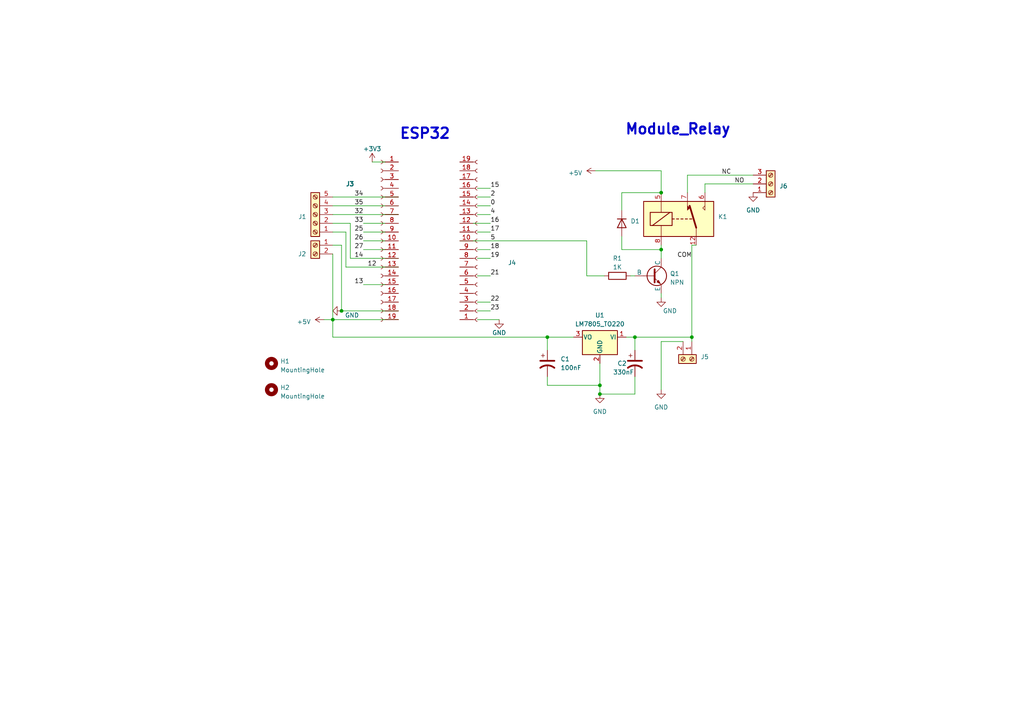
<source format=kicad_sch>
(kicad_sch (version 20230121) (generator eeschema)

  (uuid 10b89ced-6440-4375-8004-26ddfb6d075f)

  (paper "A4")

  (lib_symbols
    (symbol "Connector:Conn_01x19_Socket" (pin_names (offset 1.016) hide) (in_bom yes) (on_board yes)
      (property "Reference" "J" (at 0 25.4 0)
        (effects (font (size 1.27 1.27)))
      )
      (property "Value" "Conn_01x19_Socket" (at 0 -25.4 0)
        (effects (font (size 1.27 1.27)))
      )
      (property "Footprint" "" (at 0 0 0)
        (effects (font (size 1.27 1.27)) hide)
      )
      (property "Datasheet" "~" (at 0 0 0)
        (effects (font (size 1.27 1.27)) hide)
      )
      (property "ki_locked" "" (at 0 0 0)
        (effects (font (size 1.27 1.27)))
      )
      (property "ki_keywords" "connector" (at 0 0 0)
        (effects (font (size 1.27 1.27)) hide)
      )
      (property "ki_description" "Generic connector, single row, 01x19, script generated" (at 0 0 0)
        (effects (font (size 1.27 1.27)) hide)
      )
      (property "ki_fp_filters" "Connector*:*_1x??_*" (at 0 0 0)
        (effects (font (size 1.27 1.27)) hide)
      )
      (symbol "Conn_01x19_Socket_1_1"
        (arc (start 0 -22.352) (mid -0.5058 -22.86) (end 0 -23.368)
          (stroke (width 0.1524) (type default))
          (fill (type none))
        )
        (arc (start 0 -19.812) (mid -0.5058 -20.32) (end 0 -20.828)
          (stroke (width 0.1524) (type default))
          (fill (type none))
        )
        (arc (start 0 -17.272) (mid -0.5058 -17.78) (end 0 -18.288)
          (stroke (width 0.1524) (type default))
          (fill (type none))
        )
        (arc (start 0 -14.732) (mid -0.5058 -15.24) (end 0 -15.748)
          (stroke (width 0.1524) (type default))
          (fill (type none))
        )
        (arc (start 0 -12.192) (mid -0.5058 -12.7) (end 0 -13.208)
          (stroke (width 0.1524) (type default))
          (fill (type none))
        )
        (arc (start 0 -9.652) (mid -0.5058 -10.16) (end 0 -10.668)
          (stroke (width 0.1524) (type default))
          (fill (type none))
        )
        (arc (start 0 -7.112) (mid -0.5058 -7.62) (end 0 -8.128)
          (stroke (width 0.1524) (type default))
          (fill (type none))
        )
        (arc (start 0 -4.572) (mid -0.5058 -5.08) (end 0 -5.588)
          (stroke (width 0.1524) (type default))
          (fill (type none))
        )
        (arc (start 0 -2.032) (mid -0.5058 -2.54) (end 0 -3.048)
          (stroke (width 0.1524) (type default))
          (fill (type none))
        )
        (polyline
          (pts
            (xy -1.27 -22.86)
            (xy -0.508 -22.86)
          )
          (stroke (width 0.1524) (type default))
          (fill (type none))
        )
        (polyline
          (pts
            (xy -1.27 -20.32)
            (xy -0.508 -20.32)
          )
          (stroke (width 0.1524) (type default))
          (fill (type none))
        )
        (polyline
          (pts
            (xy -1.27 -17.78)
            (xy -0.508 -17.78)
          )
          (stroke (width 0.1524) (type default))
          (fill (type none))
        )
        (polyline
          (pts
            (xy -1.27 -15.24)
            (xy -0.508 -15.24)
          )
          (stroke (width 0.1524) (type default))
          (fill (type none))
        )
        (polyline
          (pts
            (xy -1.27 -12.7)
            (xy -0.508 -12.7)
          )
          (stroke (width 0.1524) (type default))
          (fill (type none))
        )
        (polyline
          (pts
            (xy -1.27 -10.16)
            (xy -0.508 -10.16)
          )
          (stroke (width 0.1524) (type default))
          (fill (type none))
        )
        (polyline
          (pts
            (xy -1.27 -7.62)
            (xy -0.508 -7.62)
          )
          (stroke (width 0.1524) (type default))
          (fill (type none))
        )
        (polyline
          (pts
            (xy -1.27 -5.08)
            (xy -0.508 -5.08)
          )
          (stroke (width 0.1524) (type default))
          (fill (type none))
        )
        (polyline
          (pts
            (xy -1.27 -2.54)
            (xy -0.508 -2.54)
          )
          (stroke (width 0.1524) (type default))
          (fill (type none))
        )
        (polyline
          (pts
            (xy -1.27 0)
            (xy -0.508 0)
          )
          (stroke (width 0.1524) (type default))
          (fill (type none))
        )
        (polyline
          (pts
            (xy -1.27 2.54)
            (xy -0.508 2.54)
          )
          (stroke (width 0.1524) (type default))
          (fill (type none))
        )
        (polyline
          (pts
            (xy -1.27 5.08)
            (xy -0.508 5.08)
          )
          (stroke (width 0.1524) (type default))
          (fill (type none))
        )
        (polyline
          (pts
            (xy -1.27 7.62)
            (xy -0.508 7.62)
          )
          (stroke (width 0.1524) (type default))
          (fill (type none))
        )
        (polyline
          (pts
            (xy -1.27 10.16)
            (xy -0.508 10.16)
          )
          (stroke (width 0.1524) (type default))
          (fill (type none))
        )
        (polyline
          (pts
            (xy -1.27 12.7)
            (xy -0.508 12.7)
          )
          (stroke (width 0.1524) (type default))
          (fill (type none))
        )
        (polyline
          (pts
            (xy -1.27 15.24)
            (xy -0.508 15.24)
          )
          (stroke (width 0.1524) (type default))
          (fill (type none))
        )
        (polyline
          (pts
            (xy -1.27 17.78)
            (xy -0.508 17.78)
          )
          (stroke (width 0.1524) (type default))
          (fill (type none))
        )
        (polyline
          (pts
            (xy -1.27 20.32)
            (xy -0.508 20.32)
          )
          (stroke (width 0.1524) (type default))
          (fill (type none))
        )
        (polyline
          (pts
            (xy -1.27 22.86)
            (xy -0.508 22.86)
          )
          (stroke (width 0.1524) (type default))
          (fill (type none))
        )
        (arc (start 0 0.508) (mid -0.5058 0) (end 0 -0.508)
          (stroke (width 0.1524) (type default))
          (fill (type none))
        )
        (arc (start 0 3.048) (mid -0.5058 2.54) (end 0 2.032)
          (stroke (width 0.1524) (type default))
          (fill (type none))
        )
        (arc (start 0 5.588) (mid -0.5058 5.08) (end 0 4.572)
          (stroke (width 0.1524) (type default))
          (fill (type none))
        )
        (arc (start 0 8.128) (mid -0.5058 7.62) (end 0 7.112)
          (stroke (width 0.1524) (type default))
          (fill (type none))
        )
        (arc (start 0 10.668) (mid -0.5058 10.16) (end 0 9.652)
          (stroke (width 0.1524) (type default))
          (fill (type none))
        )
        (arc (start 0 13.208) (mid -0.5058 12.7) (end 0 12.192)
          (stroke (width 0.1524) (type default))
          (fill (type none))
        )
        (arc (start 0 15.748) (mid -0.5058 15.24) (end 0 14.732)
          (stroke (width 0.1524) (type default))
          (fill (type none))
        )
        (arc (start 0 18.288) (mid -0.5058 17.78) (end 0 17.272)
          (stroke (width 0.1524) (type default))
          (fill (type none))
        )
        (arc (start 0 20.828) (mid -0.5058 20.32) (end 0 19.812)
          (stroke (width 0.1524) (type default))
          (fill (type none))
        )
        (arc (start 0 23.368) (mid -0.5058 22.86) (end 0 22.352)
          (stroke (width 0.1524) (type default))
          (fill (type none))
        )
        (pin passive line (at -5.08 22.86 0) (length 3.81)
          (name "Pin_1" (effects (font (size 1.27 1.27))))
          (number "1" (effects (font (size 1.27 1.27))))
        )
        (pin passive line (at -5.08 0 0) (length 3.81)
          (name "Pin_10" (effects (font (size 1.27 1.27))))
          (number "10" (effects (font (size 1.27 1.27))))
        )
        (pin passive line (at -5.08 -2.54 0) (length 3.81)
          (name "Pin_11" (effects (font (size 1.27 1.27))))
          (number "11" (effects (font (size 1.27 1.27))))
        )
        (pin passive line (at -5.08 -5.08 0) (length 3.81)
          (name "Pin_12" (effects (font (size 1.27 1.27))))
          (number "12" (effects (font (size 1.27 1.27))))
        )
        (pin passive line (at -5.08 -7.62 0) (length 3.81)
          (name "Pin_13" (effects (font (size 1.27 1.27))))
          (number "13" (effects (font (size 1.27 1.27))))
        )
        (pin passive line (at -5.08 -10.16 0) (length 3.81)
          (name "Pin_14" (effects (font (size 1.27 1.27))))
          (number "14" (effects (font (size 1.27 1.27))))
        )
        (pin passive line (at -5.08 -12.7 0) (length 3.81)
          (name "Pin_15" (effects (font (size 1.27 1.27))))
          (number "15" (effects (font (size 1.27 1.27))))
        )
        (pin passive line (at -5.08 -15.24 0) (length 3.81)
          (name "Pin_16" (effects (font (size 1.27 1.27))))
          (number "16" (effects (font (size 1.27 1.27))))
        )
        (pin passive line (at -5.08 -17.78 0) (length 3.81)
          (name "Pin_17" (effects (font (size 1.27 1.27))))
          (number "17" (effects (font (size 1.27 1.27))))
        )
        (pin passive line (at -5.08 -20.32 0) (length 3.81)
          (name "Pin_18" (effects (font (size 1.27 1.27))))
          (number "18" (effects (font (size 1.27 1.27))))
        )
        (pin passive line (at -5.08 -22.86 0) (length 3.81)
          (name "Pin_19" (effects (font (size 1.27 1.27))))
          (number "19" (effects (font (size 1.27 1.27))))
        )
        (pin passive line (at -5.08 20.32 0) (length 3.81)
          (name "Pin_2" (effects (font (size 1.27 1.27))))
          (number "2" (effects (font (size 1.27 1.27))))
        )
        (pin passive line (at -5.08 17.78 0) (length 3.81)
          (name "Pin_3" (effects (font (size 1.27 1.27))))
          (number "3" (effects (font (size 1.27 1.27))))
        )
        (pin passive line (at -5.08 15.24 0) (length 3.81)
          (name "Pin_4" (effects (font (size 1.27 1.27))))
          (number "4" (effects (font (size 1.27 1.27))))
        )
        (pin passive line (at -5.08 12.7 0) (length 3.81)
          (name "Pin_5" (effects (font (size 1.27 1.27))))
          (number "5" (effects (font (size 1.27 1.27))))
        )
        (pin passive line (at -5.08 10.16 0) (length 3.81)
          (name "Pin_6" (effects (font (size 1.27 1.27))))
          (number "6" (effects (font (size 1.27 1.27))))
        )
        (pin passive line (at -5.08 7.62 0) (length 3.81)
          (name "Pin_7" (effects (font (size 1.27 1.27))))
          (number "7" (effects (font (size 1.27 1.27))))
        )
        (pin passive line (at -5.08 5.08 0) (length 3.81)
          (name "Pin_8" (effects (font (size 1.27 1.27))))
          (number "8" (effects (font (size 1.27 1.27))))
        )
        (pin passive line (at -5.08 2.54 0) (length 3.81)
          (name "Pin_9" (effects (font (size 1.27 1.27))))
          (number "9" (effects (font (size 1.27 1.27))))
        )
      )
    )
    (symbol "Connector:Screw_Terminal_01x02" (pin_names (offset 1.016) hide) (in_bom yes) (on_board yes)
      (property "Reference" "J" (at 0 2.54 0)
        (effects (font (size 1.27 1.27)))
      )
      (property "Value" "Screw_Terminal_01x02" (at 0 -5.08 0)
        (effects (font (size 1.27 1.27)))
      )
      (property "Footprint" "" (at 0 0 0)
        (effects (font (size 1.27 1.27)) hide)
      )
      (property "Datasheet" "~" (at 0 0 0)
        (effects (font (size 1.27 1.27)) hide)
      )
      (property "ki_keywords" "screw terminal" (at 0 0 0)
        (effects (font (size 1.27 1.27)) hide)
      )
      (property "ki_description" "Generic screw terminal, single row, 01x02, script generated (kicad-library-utils/schlib/autogen/connector/)" (at 0 0 0)
        (effects (font (size 1.27 1.27)) hide)
      )
      (property "ki_fp_filters" "TerminalBlock*:*" (at 0 0 0)
        (effects (font (size 1.27 1.27)) hide)
      )
      (symbol "Screw_Terminal_01x02_1_1"
        (rectangle (start -1.27 1.27) (end 1.27 -3.81)
          (stroke (width 0.254) (type default))
          (fill (type background))
        )
        (circle (center 0 -2.54) (radius 0.635)
          (stroke (width 0.1524) (type default))
          (fill (type none))
        )
        (polyline
          (pts
            (xy -0.5334 -2.2098)
            (xy 0.3302 -3.048)
          )
          (stroke (width 0.1524) (type default))
          (fill (type none))
        )
        (polyline
          (pts
            (xy -0.5334 0.3302)
            (xy 0.3302 -0.508)
          )
          (stroke (width 0.1524) (type default))
          (fill (type none))
        )
        (polyline
          (pts
            (xy -0.3556 -2.032)
            (xy 0.508 -2.8702)
          )
          (stroke (width 0.1524) (type default))
          (fill (type none))
        )
        (polyline
          (pts
            (xy -0.3556 0.508)
            (xy 0.508 -0.3302)
          )
          (stroke (width 0.1524) (type default))
          (fill (type none))
        )
        (circle (center 0 0) (radius 0.635)
          (stroke (width 0.1524) (type default))
          (fill (type none))
        )
        (pin passive line (at -5.08 0 0) (length 3.81)
          (name "Pin_1" (effects (font (size 1.27 1.27))))
          (number "1" (effects (font (size 1.27 1.27))))
        )
        (pin passive line (at -5.08 -2.54 0) (length 3.81)
          (name "Pin_2" (effects (font (size 1.27 1.27))))
          (number "2" (effects (font (size 1.27 1.27))))
        )
      )
    )
    (symbol "Connector:Screw_Terminal_01x03" (pin_names (offset 1.016) hide) (in_bom yes) (on_board yes)
      (property "Reference" "J" (at 0 5.08 0)
        (effects (font (size 1.27 1.27)))
      )
      (property "Value" "Screw_Terminal_01x03" (at 0 -5.08 0)
        (effects (font (size 1.27 1.27)))
      )
      (property "Footprint" "" (at 0 0 0)
        (effects (font (size 1.27 1.27)) hide)
      )
      (property "Datasheet" "~" (at 0 0 0)
        (effects (font (size 1.27 1.27)) hide)
      )
      (property "ki_keywords" "screw terminal" (at 0 0 0)
        (effects (font (size 1.27 1.27)) hide)
      )
      (property "ki_description" "Generic screw terminal, single row, 01x03, script generated (kicad-library-utils/schlib/autogen/connector/)" (at 0 0 0)
        (effects (font (size 1.27 1.27)) hide)
      )
      (property "ki_fp_filters" "TerminalBlock*:*" (at 0 0 0)
        (effects (font (size 1.27 1.27)) hide)
      )
      (symbol "Screw_Terminal_01x03_1_1"
        (rectangle (start -1.27 3.81) (end 1.27 -3.81)
          (stroke (width 0.254) (type default))
          (fill (type background))
        )
        (circle (center 0 -2.54) (radius 0.635)
          (stroke (width 0.1524) (type default))
          (fill (type none))
        )
        (polyline
          (pts
            (xy -0.5334 -2.2098)
            (xy 0.3302 -3.048)
          )
          (stroke (width 0.1524) (type default))
          (fill (type none))
        )
        (polyline
          (pts
            (xy -0.5334 0.3302)
            (xy 0.3302 -0.508)
          )
          (stroke (width 0.1524) (type default))
          (fill (type none))
        )
        (polyline
          (pts
            (xy -0.5334 2.8702)
            (xy 0.3302 2.032)
          )
          (stroke (width 0.1524) (type default))
          (fill (type none))
        )
        (polyline
          (pts
            (xy -0.3556 -2.032)
            (xy 0.508 -2.8702)
          )
          (stroke (width 0.1524) (type default))
          (fill (type none))
        )
        (polyline
          (pts
            (xy -0.3556 0.508)
            (xy 0.508 -0.3302)
          )
          (stroke (width 0.1524) (type default))
          (fill (type none))
        )
        (polyline
          (pts
            (xy -0.3556 3.048)
            (xy 0.508 2.2098)
          )
          (stroke (width 0.1524) (type default))
          (fill (type none))
        )
        (circle (center 0 0) (radius 0.635)
          (stroke (width 0.1524) (type default))
          (fill (type none))
        )
        (circle (center 0 2.54) (radius 0.635)
          (stroke (width 0.1524) (type default))
          (fill (type none))
        )
        (pin passive line (at -5.08 2.54 0) (length 3.81)
          (name "Pin_1" (effects (font (size 1.27 1.27))))
          (number "1" (effects (font (size 1.27 1.27))))
        )
        (pin passive line (at -5.08 0 0) (length 3.81)
          (name "Pin_2" (effects (font (size 1.27 1.27))))
          (number "2" (effects (font (size 1.27 1.27))))
        )
        (pin passive line (at -5.08 -2.54 0) (length 3.81)
          (name "Pin_3" (effects (font (size 1.27 1.27))))
          (number "3" (effects (font (size 1.27 1.27))))
        )
      )
    )
    (symbol "Connector:Screw_Terminal_01x05" (pin_names (offset 1.016) hide) (in_bom yes) (on_board yes)
      (property "Reference" "J" (at 0 7.62 0)
        (effects (font (size 1.27 1.27)))
      )
      (property "Value" "Screw_Terminal_01x05" (at 0 -7.62 0)
        (effects (font (size 1.27 1.27)))
      )
      (property "Footprint" "" (at 0 0 0)
        (effects (font (size 1.27 1.27)) hide)
      )
      (property "Datasheet" "~" (at 0 0 0)
        (effects (font (size 1.27 1.27)) hide)
      )
      (property "ki_keywords" "screw terminal" (at 0 0 0)
        (effects (font (size 1.27 1.27)) hide)
      )
      (property "ki_description" "Generic screw terminal, single row, 01x05, script generated (kicad-library-utils/schlib/autogen/connector/)" (at 0 0 0)
        (effects (font (size 1.27 1.27)) hide)
      )
      (property "ki_fp_filters" "TerminalBlock*:*" (at 0 0 0)
        (effects (font (size 1.27 1.27)) hide)
      )
      (symbol "Screw_Terminal_01x05_1_1"
        (rectangle (start -1.27 6.35) (end 1.27 -6.35)
          (stroke (width 0.254) (type default))
          (fill (type background))
        )
        (circle (center 0 -5.08) (radius 0.635)
          (stroke (width 0.1524) (type default))
          (fill (type none))
        )
        (circle (center 0 -2.54) (radius 0.635)
          (stroke (width 0.1524) (type default))
          (fill (type none))
        )
        (polyline
          (pts
            (xy -0.5334 -4.7498)
            (xy 0.3302 -5.588)
          )
          (stroke (width 0.1524) (type default))
          (fill (type none))
        )
        (polyline
          (pts
            (xy -0.5334 -2.2098)
            (xy 0.3302 -3.048)
          )
          (stroke (width 0.1524) (type default))
          (fill (type none))
        )
        (polyline
          (pts
            (xy -0.5334 0.3302)
            (xy 0.3302 -0.508)
          )
          (stroke (width 0.1524) (type default))
          (fill (type none))
        )
        (polyline
          (pts
            (xy -0.5334 2.8702)
            (xy 0.3302 2.032)
          )
          (stroke (width 0.1524) (type default))
          (fill (type none))
        )
        (polyline
          (pts
            (xy -0.5334 5.4102)
            (xy 0.3302 4.572)
          )
          (stroke (width 0.1524) (type default))
          (fill (type none))
        )
        (polyline
          (pts
            (xy -0.3556 -4.572)
            (xy 0.508 -5.4102)
          )
          (stroke (width 0.1524) (type default))
          (fill (type none))
        )
        (polyline
          (pts
            (xy -0.3556 -2.032)
            (xy 0.508 -2.8702)
          )
          (stroke (width 0.1524) (type default))
          (fill (type none))
        )
        (polyline
          (pts
            (xy -0.3556 0.508)
            (xy 0.508 -0.3302)
          )
          (stroke (width 0.1524) (type default))
          (fill (type none))
        )
        (polyline
          (pts
            (xy -0.3556 3.048)
            (xy 0.508 2.2098)
          )
          (stroke (width 0.1524) (type default))
          (fill (type none))
        )
        (polyline
          (pts
            (xy -0.3556 5.588)
            (xy 0.508 4.7498)
          )
          (stroke (width 0.1524) (type default))
          (fill (type none))
        )
        (circle (center 0 0) (radius 0.635)
          (stroke (width 0.1524) (type default))
          (fill (type none))
        )
        (circle (center 0 2.54) (radius 0.635)
          (stroke (width 0.1524) (type default))
          (fill (type none))
        )
        (circle (center 0 5.08) (radius 0.635)
          (stroke (width 0.1524) (type default))
          (fill (type none))
        )
        (pin passive line (at -5.08 5.08 0) (length 3.81)
          (name "Pin_1" (effects (font (size 1.27 1.27))))
          (number "1" (effects (font (size 1.27 1.27))))
        )
        (pin passive line (at -5.08 2.54 0) (length 3.81)
          (name "Pin_2" (effects (font (size 1.27 1.27))))
          (number "2" (effects (font (size 1.27 1.27))))
        )
        (pin passive line (at -5.08 0 0) (length 3.81)
          (name "Pin_3" (effects (font (size 1.27 1.27))))
          (number "3" (effects (font (size 1.27 1.27))))
        )
        (pin passive line (at -5.08 -2.54 0) (length 3.81)
          (name "Pin_4" (effects (font (size 1.27 1.27))))
          (number "4" (effects (font (size 1.27 1.27))))
        )
        (pin passive line (at -5.08 -5.08 0) (length 3.81)
          (name "Pin_5" (effects (font (size 1.27 1.27))))
          (number "5" (effects (font (size 1.27 1.27))))
        )
      )
    )
    (symbol "Device:C_Polarized_US" (pin_numbers hide) (pin_names (offset 0.254) hide) (in_bom yes) (on_board yes)
      (property "Reference" "C" (at 0.635 2.54 0)
        (effects (font (size 1.27 1.27)) (justify left))
      )
      (property "Value" "C_Polarized_US" (at 0.635 -2.54 0)
        (effects (font (size 1.27 1.27)) (justify left))
      )
      (property "Footprint" "" (at 0 0 0)
        (effects (font (size 1.27 1.27)) hide)
      )
      (property "Datasheet" "~" (at 0 0 0)
        (effects (font (size 1.27 1.27)) hide)
      )
      (property "ki_keywords" "cap capacitor" (at 0 0 0)
        (effects (font (size 1.27 1.27)) hide)
      )
      (property "ki_description" "Polarized capacitor, US symbol" (at 0 0 0)
        (effects (font (size 1.27 1.27)) hide)
      )
      (property "ki_fp_filters" "CP_*" (at 0 0 0)
        (effects (font (size 1.27 1.27)) hide)
      )
      (symbol "C_Polarized_US_0_1"
        (polyline
          (pts
            (xy -2.032 0.762)
            (xy 2.032 0.762)
          )
          (stroke (width 0.508) (type default))
          (fill (type none))
        )
        (polyline
          (pts
            (xy -1.778 2.286)
            (xy -0.762 2.286)
          )
          (stroke (width 0) (type default))
          (fill (type none))
        )
        (polyline
          (pts
            (xy -1.27 1.778)
            (xy -1.27 2.794)
          )
          (stroke (width 0) (type default))
          (fill (type none))
        )
        (arc (start 2.032 -1.27) (mid 0 -0.5572) (end -2.032 -1.27)
          (stroke (width 0.508) (type default))
          (fill (type none))
        )
      )
      (symbol "C_Polarized_US_1_1"
        (pin passive line (at 0 3.81 270) (length 2.794)
          (name "~" (effects (font (size 1.27 1.27))))
          (number "1" (effects (font (size 1.27 1.27))))
        )
        (pin passive line (at 0 -3.81 90) (length 3.302)
          (name "~" (effects (font (size 1.27 1.27))))
          (number "2" (effects (font (size 1.27 1.27))))
        )
      )
    )
    (symbol "Device:R" (pin_numbers hide) (pin_names (offset 0)) (in_bom yes) (on_board yes)
      (property "Reference" "R" (at 2.032 0 90)
        (effects (font (size 1.27 1.27)))
      )
      (property "Value" "R" (at 0 0 90)
        (effects (font (size 1.27 1.27)))
      )
      (property "Footprint" "" (at -1.778 0 90)
        (effects (font (size 1.27 1.27)) hide)
      )
      (property "Datasheet" "~" (at 0 0 0)
        (effects (font (size 1.27 1.27)) hide)
      )
      (property "ki_keywords" "R res resistor" (at 0 0 0)
        (effects (font (size 1.27 1.27)) hide)
      )
      (property "ki_description" "Resistor" (at 0 0 0)
        (effects (font (size 1.27 1.27)) hide)
      )
      (property "ki_fp_filters" "R_*" (at 0 0 0)
        (effects (font (size 1.27 1.27)) hide)
      )
      (symbol "R_0_1"
        (rectangle (start -1.016 -2.54) (end 1.016 2.54)
          (stroke (width 0.254) (type default))
          (fill (type none))
        )
      )
      (symbol "R_1_1"
        (pin passive line (at 0 3.81 270) (length 1.27)
          (name "~" (effects (font (size 1.27 1.27))))
          (number "1" (effects (font (size 1.27 1.27))))
        )
        (pin passive line (at 0 -3.81 90) (length 1.27)
          (name "~" (effects (font (size 1.27 1.27))))
          (number "2" (effects (font (size 1.27 1.27))))
        )
      )
    )
    (symbol "Diode:1N4007" (pin_numbers hide) (pin_names hide) (in_bom yes) (on_board yes)
      (property "Reference" "D" (at 0 2.54 0)
        (effects (font (size 1.27 1.27)))
      )
      (property "Value" "1N4007" (at 0 -2.54 0)
        (effects (font (size 1.27 1.27)))
      )
      (property "Footprint" "Diode_THT:D_DO-41_SOD81_P10.16mm_Horizontal" (at 0 -4.445 0)
        (effects (font (size 1.27 1.27)) hide)
      )
      (property "Datasheet" "http://www.vishay.com/docs/88503/1n4001.pdf" (at 0 0 0)
        (effects (font (size 1.27 1.27)) hide)
      )
      (property "Sim.Device" "D" (at 0 0 0)
        (effects (font (size 1.27 1.27)) hide)
      )
      (property "Sim.Pins" "1=K 2=A" (at 0 0 0)
        (effects (font (size 1.27 1.27)) hide)
      )
      (property "ki_keywords" "diode" (at 0 0 0)
        (effects (font (size 1.27 1.27)) hide)
      )
      (property "ki_description" "1000V 1A General Purpose Rectifier Diode, DO-41" (at 0 0 0)
        (effects (font (size 1.27 1.27)) hide)
      )
      (property "ki_fp_filters" "D*DO?41*" (at 0 0 0)
        (effects (font (size 1.27 1.27)) hide)
      )
      (symbol "1N4007_0_1"
        (polyline
          (pts
            (xy -1.27 1.27)
            (xy -1.27 -1.27)
          )
          (stroke (width 0.254) (type default))
          (fill (type none))
        )
        (polyline
          (pts
            (xy 1.27 0)
            (xy -1.27 0)
          )
          (stroke (width 0) (type default))
          (fill (type none))
        )
        (polyline
          (pts
            (xy 1.27 1.27)
            (xy 1.27 -1.27)
            (xy -1.27 0)
            (xy 1.27 1.27)
          )
          (stroke (width 0.254) (type default))
          (fill (type none))
        )
      )
      (symbol "1N4007_1_1"
        (pin passive line (at -3.81 0 0) (length 2.54)
          (name "K" (effects (font (size 1.27 1.27))))
          (number "1" (effects (font (size 1.27 1.27))))
        )
        (pin passive line (at 3.81 0 180) (length 2.54)
          (name "A" (effects (font (size 1.27 1.27))))
          (number "2" (effects (font (size 1.27 1.27))))
        )
      )
    )
    (symbol "Mechanical:MountingHole" (pin_names (offset 1.016)) (in_bom yes) (on_board yes)
      (property "Reference" "H" (at 0 5.08 0)
        (effects (font (size 1.27 1.27)))
      )
      (property "Value" "MountingHole" (at 0 3.175 0)
        (effects (font (size 1.27 1.27)))
      )
      (property "Footprint" "" (at 0 0 0)
        (effects (font (size 1.27 1.27)) hide)
      )
      (property "Datasheet" "~" (at 0 0 0)
        (effects (font (size 1.27 1.27)) hide)
      )
      (property "ki_keywords" "mounting hole" (at 0 0 0)
        (effects (font (size 1.27 1.27)) hide)
      )
      (property "ki_description" "Mounting Hole without connection" (at 0 0 0)
        (effects (font (size 1.27 1.27)) hide)
      )
      (property "ki_fp_filters" "MountingHole*" (at 0 0 0)
        (effects (font (size 1.27 1.27)) hide)
      )
      (symbol "MountingHole_0_1"
        (circle (center 0 0) (radius 1.27)
          (stroke (width 1.27) (type default))
          (fill (type none))
        )
      )
    )
    (symbol "Regulator_Linear:LM7805_TO220" (pin_names (offset 0.254)) (in_bom yes) (on_board yes)
      (property "Reference" "U" (at -3.81 3.175 0)
        (effects (font (size 1.27 1.27)))
      )
      (property "Value" "LM7805_TO220" (at 0 3.175 0)
        (effects (font (size 1.27 1.27)) (justify left))
      )
      (property "Footprint" "Package_TO_SOT_THT:TO-220-3_Vertical" (at 0 5.715 0)
        (effects (font (size 1.27 1.27) italic) hide)
      )
      (property "Datasheet" "https://www.onsemi.cn/PowerSolutions/document/MC7800-D.PDF" (at 0 -1.27 0)
        (effects (font (size 1.27 1.27)) hide)
      )
      (property "ki_keywords" "Voltage Regulator 1A Positive" (at 0 0 0)
        (effects (font (size 1.27 1.27)) hide)
      )
      (property "ki_description" "Positive 1A 35V Linear Regulator, Fixed Output 5V, TO-220" (at 0 0 0)
        (effects (font (size 1.27 1.27)) hide)
      )
      (property "ki_fp_filters" "TO?220*" (at 0 0 0)
        (effects (font (size 1.27 1.27)) hide)
      )
      (symbol "LM7805_TO220_0_1"
        (rectangle (start -5.08 1.905) (end 5.08 -5.08)
          (stroke (width 0.254) (type default))
          (fill (type background))
        )
      )
      (symbol "LM7805_TO220_1_1"
        (pin power_in line (at -7.62 0 0) (length 2.54)
          (name "VI" (effects (font (size 1.27 1.27))))
          (number "1" (effects (font (size 1.27 1.27))))
        )
        (pin power_in line (at 0 -7.62 90) (length 2.54)
          (name "GND" (effects (font (size 1.27 1.27))))
          (number "2" (effects (font (size 1.27 1.27))))
        )
        (pin power_out line (at 7.62 0 180) (length 2.54)
          (name "VO" (effects (font (size 1.27 1.27))))
          (number "3" (effects (font (size 1.27 1.27))))
        )
      )
    )
    (symbol "Relay:TIANBO-HJR-4102-L" (in_bom yes) (on_board yes)
      (property "Reference" "K" (at 11.43 3.81 0)
        (effects (font (size 1.27 1.27)) (justify left))
      )
      (property "Value" "TIANBO-HJR-4102-L" (at 11.43 1.27 0)
        (effects (font (size 1.27 1.27)) (justify left))
      )
      (property "Footprint" "Relay_THT:Relay_SPDT_HJR-4102" (at 27.94 -1.27 0)
        (effects (font (size 1.27 1.27)) hide)
      )
      (property "Datasheet" "https://cdn-reichelt.de/documents/datenblatt/C300/DS_HJR4102E.pdf" (at 0 0 0)
        (effects (font (size 1.27 1.27)) hide)
      )
      (property "ki_keywords" "Single Pole Relay" (at 0 0 0)
        (effects (font (size 1.27 1.27)) hide)
      )
      (property "ki_description" "TIANBO HJR-4102-L, Single Pole Relay, 5mm Pitch, 3A" (at 0 0 0)
        (effects (font (size 1.27 1.27)) hide)
      )
      (property "ki_fp_filters" "Relay*HJR?4102*" (at 0 0 0)
        (effects (font (size 1.27 1.27)) hide)
      )
      (symbol "TIANBO-HJR-4102-L_0_0"
        (polyline
          (pts
            (xy 7.62 5.08)
            (xy 7.62 2.54)
            (xy 6.985 3.175)
            (xy 7.62 3.81)
          )
          (stroke (width 0) (type default))
          (fill (type none))
        )
      )
      (symbol "TIANBO-HJR-4102-L_0_1"
        (rectangle (start -10.16 5.08) (end 10.16 -5.08)
          (stroke (width 0.254) (type default))
          (fill (type background))
        )
        (rectangle (start -8.255 1.905) (end -1.905 -1.905)
          (stroke (width 0.254) (type default))
          (fill (type none))
        )
        (polyline
          (pts
            (xy -7.62 -1.905)
            (xy -2.54 1.905)
          )
          (stroke (width 0.254) (type default))
          (fill (type none))
        )
        (polyline
          (pts
            (xy -5.08 -5.08)
            (xy -5.08 -1.905)
          )
          (stroke (width 0) (type default))
          (fill (type none))
        )
        (polyline
          (pts
            (xy -5.08 5.08)
            (xy -5.08 1.905)
          )
          (stroke (width 0) (type default))
          (fill (type none))
        )
        (polyline
          (pts
            (xy -1.905 0)
            (xy -1.27 0)
          )
          (stroke (width 0.254) (type default))
          (fill (type none))
        )
        (polyline
          (pts
            (xy -0.635 0)
            (xy 0 0)
          )
          (stroke (width 0.254) (type default))
          (fill (type none))
        )
        (polyline
          (pts
            (xy 0.635 0)
            (xy 1.27 0)
          )
          (stroke (width 0.254) (type default))
          (fill (type none))
        )
        (polyline
          (pts
            (xy 1.905 0)
            (xy 2.54 0)
          )
          (stroke (width 0.254) (type default))
          (fill (type none))
        )
        (polyline
          (pts
            (xy 3.175 0)
            (xy 3.81 0)
          )
          (stroke (width 0.254) (type default))
          (fill (type none))
        )
        (polyline
          (pts
            (xy 5.08 -2.54)
            (xy 3.175 3.81)
          )
          (stroke (width 0.508) (type default))
          (fill (type none))
        )
        (polyline
          (pts
            (xy 5.08 -2.54)
            (xy 5.08 -5.08)
          )
          (stroke (width 0) (type default))
          (fill (type none))
        )
        (polyline
          (pts
            (xy 2.54 5.08)
            (xy 2.54 2.54)
            (xy 3.175 3.175)
            (xy 2.54 3.81)
          )
          (stroke (width 0) (type default))
          (fill (type outline))
        )
      )
      (symbol "TIANBO-HJR-4102-L_1_1"
        (pin passive line (at 5.08 -7.62 90) (length 2.54)
          (name "~" (effects (font (size 1.27 1.27))))
          (number "12" (effects (font (size 1.27 1.27))))
        )
        (pin passive line (at -5.08 7.62 270) (length 2.54)
          (name "~" (effects (font (size 1.27 1.27))))
          (number "5" (effects (font (size 1.27 1.27))))
        )
        (pin passive line (at 7.62 7.62 270) (length 2.54)
          (name "~" (effects (font (size 1.27 1.27))))
          (number "6" (effects (font (size 1.27 1.27))))
        )
        (pin passive line (at 2.54 7.62 270) (length 2.54)
          (name "~" (effects (font (size 1.27 1.27))))
          (number "7" (effects (font (size 1.27 1.27))))
        )
        (pin passive line (at -5.08 -7.62 90) (length 2.54)
          (name "~" (effects (font (size 1.27 1.27))))
          (number "8" (effects (font (size 1.27 1.27))))
        )
      )
    )
    (symbol "Simulation_SPICE:NPN" (pin_numbers hide) (pin_names (offset 0)) (in_bom yes) (on_board yes)
      (property "Reference" "Q" (at -2.54 7.62 0)
        (effects (font (size 1.27 1.27)))
      )
      (property "Value" "NPN" (at -2.54 5.08 0)
        (effects (font (size 1.27 1.27)))
      )
      (property "Footprint" "" (at 63.5 0 0)
        (effects (font (size 1.27 1.27)) hide)
      )
      (property "Datasheet" "~" (at 63.5 0 0)
        (effects (font (size 1.27 1.27)) hide)
      )
      (property "Sim.Device" "NPN" (at 0 0 0)
        (effects (font (size 1.27 1.27)) hide)
      )
      (property "Sim.Type" "GUMMELPOON" (at 0 0 0)
        (effects (font (size 1.27 1.27)) hide)
      )
      (property "Sim.Pins" "1=C 2=B 3=E" (at 0 0 0)
        (effects (font (size 1.27 1.27)) hide)
      )
      (property "ki_keywords" "simulation" (at 0 0 0)
        (effects (font (size 1.27 1.27)) hide)
      )
      (property "ki_description" "Bipolar transistor symbol for simulation only, substrate tied to the emitter" (at 0 0 0)
        (effects (font (size 1.27 1.27)) hide)
      )
      (symbol "NPN_0_1"
        (polyline
          (pts
            (xy -2.54 0)
            (xy 0.635 0)
          )
          (stroke (width 0.1524) (type default))
          (fill (type none))
        )
        (polyline
          (pts
            (xy 0.635 0.635)
            (xy 2.54 2.54)
          )
          (stroke (width 0) (type default))
          (fill (type none))
        )
        (polyline
          (pts
            (xy 2.794 -1.27)
            (xy 2.794 -1.27)
          )
          (stroke (width 0.1524) (type default))
          (fill (type none))
        )
        (polyline
          (pts
            (xy 2.794 -1.27)
            (xy 2.794 -1.27)
          )
          (stroke (width 0.1524) (type default))
          (fill (type none))
        )
        (polyline
          (pts
            (xy 0.635 -0.635)
            (xy 2.54 -2.54)
            (xy 2.54 -2.54)
          )
          (stroke (width 0) (type default))
          (fill (type none))
        )
        (polyline
          (pts
            (xy 0.635 1.905)
            (xy 0.635 -1.905)
            (xy 0.635 -1.905)
          )
          (stroke (width 0.508) (type default))
          (fill (type none))
        )
        (polyline
          (pts
            (xy 1.27 -1.778)
            (xy 1.778 -1.27)
            (xy 2.286 -2.286)
            (xy 1.27 -1.778)
            (xy 1.27 -1.778)
          )
          (stroke (width 0) (type default))
          (fill (type outline))
        )
        (circle (center 1.27 0) (radius 2.8194)
          (stroke (width 0.254) (type default))
          (fill (type none))
        )
      )
      (symbol "NPN_1_1"
        (pin open_collector line (at 2.54 5.08 270) (length 2.54)
          (name "C" (effects (font (size 1.27 1.27))))
          (number "1" (effects (font (size 1.27 1.27))))
        )
        (pin input line (at -5.08 0 0) (length 2.54)
          (name "B" (effects (font (size 1.27 1.27))))
          (number "2" (effects (font (size 1.27 1.27))))
        )
        (pin open_emitter line (at 2.54 -5.08 90) (length 2.54)
          (name "E" (effects (font (size 1.27 1.27))))
          (number "3" (effects (font (size 1.27 1.27))))
        )
      )
    )
    (symbol "power:+3V3" (power) (pin_names (offset 0)) (in_bom yes) (on_board yes)
      (property "Reference" "#PWR" (at 0 -3.81 0)
        (effects (font (size 1.27 1.27)) hide)
      )
      (property "Value" "+3V3" (at 0 3.556 0)
        (effects (font (size 1.27 1.27)))
      )
      (property "Footprint" "" (at 0 0 0)
        (effects (font (size 1.27 1.27)) hide)
      )
      (property "Datasheet" "" (at 0 0 0)
        (effects (font (size 1.27 1.27)) hide)
      )
      (property "ki_keywords" "global power" (at 0 0 0)
        (effects (font (size 1.27 1.27)) hide)
      )
      (property "ki_description" "Power symbol creates a global label with name \"+3V3\"" (at 0 0 0)
        (effects (font (size 1.27 1.27)) hide)
      )
      (symbol "+3V3_0_1"
        (polyline
          (pts
            (xy -0.762 1.27)
            (xy 0 2.54)
          )
          (stroke (width 0) (type default))
          (fill (type none))
        )
        (polyline
          (pts
            (xy 0 0)
            (xy 0 2.54)
          )
          (stroke (width 0) (type default))
          (fill (type none))
        )
        (polyline
          (pts
            (xy 0 2.54)
            (xy 0.762 1.27)
          )
          (stroke (width 0) (type default))
          (fill (type none))
        )
      )
      (symbol "+3V3_1_1"
        (pin power_in line (at 0 0 90) (length 0) hide
          (name "+3V3" (effects (font (size 1.27 1.27))))
          (number "1" (effects (font (size 1.27 1.27))))
        )
      )
    )
    (symbol "power:+5V" (power) (pin_names (offset 0)) (in_bom yes) (on_board yes)
      (property "Reference" "#PWR" (at 0 -3.81 0)
        (effects (font (size 1.27 1.27)) hide)
      )
      (property "Value" "+5V" (at 0 3.556 0)
        (effects (font (size 1.27 1.27)))
      )
      (property "Footprint" "" (at 0 0 0)
        (effects (font (size 1.27 1.27)) hide)
      )
      (property "Datasheet" "" (at 0 0 0)
        (effects (font (size 1.27 1.27)) hide)
      )
      (property "ki_keywords" "global power" (at 0 0 0)
        (effects (font (size 1.27 1.27)) hide)
      )
      (property "ki_description" "Power symbol creates a global label with name \"+5V\"" (at 0 0 0)
        (effects (font (size 1.27 1.27)) hide)
      )
      (symbol "+5V_0_1"
        (polyline
          (pts
            (xy -0.762 1.27)
            (xy 0 2.54)
          )
          (stroke (width 0) (type default))
          (fill (type none))
        )
        (polyline
          (pts
            (xy 0 0)
            (xy 0 2.54)
          )
          (stroke (width 0) (type default))
          (fill (type none))
        )
        (polyline
          (pts
            (xy 0 2.54)
            (xy 0.762 1.27)
          )
          (stroke (width 0) (type default))
          (fill (type none))
        )
      )
      (symbol "+5V_1_1"
        (pin power_in line (at 0 0 90) (length 0) hide
          (name "+5V" (effects (font (size 1.27 1.27))))
          (number "1" (effects (font (size 1.27 1.27))))
        )
      )
    )
    (symbol "power:GND" (power) (pin_names (offset 0)) (in_bom yes) (on_board yes)
      (property "Reference" "#PWR" (at 0 -6.35 0)
        (effects (font (size 1.27 1.27)) hide)
      )
      (property "Value" "GND" (at 0 -3.81 0)
        (effects (font (size 1.27 1.27)))
      )
      (property "Footprint" "" (at 0 0 0)
        (effects (font (size 1.27 1.27)) hide)
      )
      (property "Datasheet" "" (at 0 0 0)
        (effects (font (size 1.27 1.27)) hide)
      )
      (property "ki_keywords" "global power" (at 0 0 0)
        (effects (font (size 1.27 1.27)) hide)
      )
      (property "ki_description" "Power symbol creates a global label with name \"GND\" , ground" (at 0 0 0)
        (effects (font (size 1.27 1.27)) hide)
      )
      (symbol "GND_0_1"
        (polyline
          (pts
            (xy 0 0)
            (xy 0 -1.27)
            (xy 1.27 -1.27)
            (xy 0 -2.54)
            (xy -1.27 -1.27)
            (xy 0 -1.27)
          )
          (stroke (width 0) (type default))
          (fill (type none))
        )
      )
      (symbol "GND_1_1"
        (pin power_in line (at 0 0 270) (length 0) hide
          (name "GND" (effects (font (size 1.27 1.27))))
          (number "1" (effects (font (size 1.27 1.27))))
        )
      )
    )
  )

  (junction (at 191.77 55.88) (diameter 0) (color 0 0 0 0)
    (uuid 145da097-ef56-45a4-99a1-9ff207c6d645)
  )
  (junction (at 173.99 111.76) (diameter 0) (color 0 0 0 0)
    (uuid 2b69909c-5868-49ec-90f1-2ac9d793f1ca)
  )
  (junction (at 200.66 97.79) (diameter 0) (color 0 0 0 0)
    (uuid 2c5a7a88-f985-4b08-8ca4-2e63356689c8)
  )
  (junction (at 191.77 72.39) (diameter 0) (color 0 0 0 0)
    (uuid 8f99d0a4-60d8-4b0c-a557-1801a3cec306)
  )
  (junction (at 158.75 97.79) (diameter 0) (color 0 0 0 0)
    (uuid a6533004-ed09-4af5-8b29-3db00205b947)
  )
  (junction (at 173.99 114.3) (diameter 0) (color 0 0 0 0)
    (uuid db9079d5-3562-46f9-a830-d7820130f1f0)
  )
  (junction (at 99.06 90.17) (diameter 0) (color 0 0 0 0)
    (uuid dfe428ea-6e26-4679-bb7f-4c8a1d6c14c3)
  )
  (junction (at 96.52 92.71) (diameter 0) (color 0 0 0 0)
    (uuid e067d065-29f6-4251-873f-1421e8b21d09)
  )
  (junction (at 184.15 97.79) (diameter 0) (color 0 0 0 0)
    (uuid f8c3e945-1b59-42c6-83ec-7e62932755e0)
  )

  (wire (pts (xy 115.57 74.93) (xy 101.6 74.93))
    (stroke (width 0) (type default))
    (uuid 02b22297-b3ba-4cf9-bc80-b2d3d4ad071a)
  )
  (wire (pts (xy 173.99 111.76) (xy 173.99 114.3))
    (stroke (width 0) (type default))
    (uuid 0a2f1567-d734-4ffb-b6bb-14698161377b)
  )
  (wire (pts (xy 101.6 64.77) (xy 96.52 64.77))
    (stroke (width 0) (type default))
    (uuid 0a7e84ea-14a9-4d9f-a30c-8cef039c70e3)
  )
  (wire (pts (xy 170.18 69.85) (xy 170.18 80.01))
    (stroke (width 0) (type default))
    (uuid 0bde89d2-bd1a-4b74-881a-8a4f6d823aa3)
  )
  (wire (pts (xy 198.12 99.06) (xy 191.77 99.06))
    (stroke (width 0) (type default))
    (uuid 0e1817a4-3279-4143-94e4-241aa4fa27ab)
  )
  (wire (pts (xy 105.41 82.55) (xy 111.76 82.55))
    (stroke (width 0) (type default))
    (uuid 0f9a9008-70b9-4891-9afe-175ffa97fdd8)
  )
  (wire (pts (xy 191.77 55.88) (xy 180.34 55.88))
    (stroke (width 0) (type default))
    (uuid 0fed0a93-1e37-4d12-af86-d7ca7e138add)
  )
  (wire (pts (xy 138.43 57.15) (xy 142.24 57.15))
    (stroke (width 0) (type default))
    (uuid 1a476eb4-9414-4fbc-955b-6a9bb7c0bb9a)
  )
  (wire (pts (xy 204.47 55.88) (xy 204.47 53.34))
    (stroke (width 0) (type default))
    (uuid 1ab19993-8f22-4059-86a8-1a913000430f)
  )
  (wire (pts (xy 138.43 90.17) (xy 142.24 90.17))
    (stroke (width 0) (type default))
    (uuid 1c1a864c-8ca2-41b5-b97a-5175f144fac1)
  )
  (wire (pts (xy 138.43 87.63) (xy 142.24 87.63))
    (stroke (width 0) (type default))
    (uuid 1ed87850-8a73-4989-92b3-d449d756b30f)
  )
  (wire (pts (xy 191.77 99.06) (xy 191.77 113.03))
    (stroke (width 0) (type default))
    (uuid 259fc040-53c3-4123-994a-845e589020ae)
  )
  (wire (pts (xy 200.66 71.12) (xy 200.66 97.79))
    (stroke (width 0) (type default))
    (uuid 31e6ac17-eda2-424a-bba8-dd6bbc9a39cf)
  )
  (wire (pts (xy 166.37 97.79) (xy 158.75 97.79))
    (stroke (width 0) (type default))
    (uuid 31e9ed8d-20e7-4303-a09b-2e00f2a7b65d)
  )
  (wire (pts (xy 184.15 97.79) (xy 200.66 97.79))
    (stroke (width 0) (type default))
    (uuid 3305ea7e-0b59-4156-a534-67c6b4705308)
  )
  (wire (pts (xy 180.34 72.39) (xy 180.34 68.58))
    (stroke (width 0) (type default))
    (uuid 360ef42f-2d9f-4988-9771-8f9c65eb569a)
  )
  (wire (pts (xy 138.43 67.31) (xy 142.24 67.31))
    (stroke (width 0) (type default))
    (uuid 47999373-1220-419a-baa4-5f0f56098df3)
  )
  (wire (pts (xy 170.18 80.01) (xy 175.26 80.01))
    (stroke (width 0) (type default))
    (uuid 4bbaa891-12fe-4a79-bd8c-18db281496cd)
  )
  (wire (pts (xy 105.41 72.39) (xy 111.76 72.39))
    (stroke (width 0) (type default))
    (uuid 4c1cb075-1688-4e1f-9c4e-809d168825a3)
  )
  (wire (pts (xy 105.41 69.85) (xy 111.76 69.85))
    (stroke (width 0) (type default))
    (uuid 563f6e0d-510d-4582-972f-49f9a18b4257)
  )
  (wire (pts (xy 199.39 55.88) (xy 199.39 50.8))
    (stroke (width 0) (type default))
    (uuid 58cab671-13f3-4487-910a-30316b522c5d)
  )
  (wire (pts (xy 182.88 80.01) (xy 184.15 80.01))
    (stroke (width 0) (type default))
    (uuid 596d741b-b6b2-4f43-8231-88b8208a9eb2)
  )
  (wire (pts (xy 96.52 59.69) (xy 115.57 59.69))
    (stroke (width 0) (type default))
    (uuid 5bc5f5bb-f599-455b-95aa-7c7b6b97ad46)
  )
  (wire (pts (xy 138.43 80.01) (xy 142.24 80.01))
    (stroke (width 0) (type default))
    (uuid 5d5c8c8a-0935-44c2-a469-9c8eef0b6fa4)
  )
  (wire (pts (xy 96.52 92.71) (xy 93.98 92.71))
    (stroke (width 0) (type default))
    (uuid 5ef595d6-f32a-4324-8e2d-8b9acf9e294e)
  )
  (wire (pts (xy 204.47 53.34) (xy 218.44 53.34))
    (stroke (width 0) (type default))
    (uuid 5f194523-3be9-4d26-aa35-d4b45fb717b5)
  )
  (wire (pts (xy 191.77 72.39) (xy 180.34 72.39))
    (stroke (width 0) (type default))
    (uuid 6adde6c5-c5f5-408c-b34c-523513287b86)
  )
  (wire (pts (xy 133.35 69.85) (xy 170.18 69.85))
    (stroke (width 0) (type default))
    (uuid 6cd18880-e1e2-4f00-be37-81170ae78834)
  )
  (wire (pts (xy 138.43 59.69) (xy 142.24 59.69))
    (stroke (width 0) (type default))
    (uuid 6d94630b-1165-4796-8cbd-8b3c25d660dd)
  )
  (wire (pts (xy 96.52 67.31) (xy 100.33 67.31))
    (stroke (width 0) (type default))
    (uuid 754e1a90-b892-4bbd-bc7f-8ca29ca4dace)
  )
  (wire (pts (xy 99.06 90.17) (xy 115.57 90.17))
    (stroke (width 0) (type default))
    (uuid 7700ad73-e6e4-4e5e-9bfb-ee519de7daf1)
  )
  (wire (pts (xy 105.41 64.77) (xy 111.76 64.77))
    (stroke (width 0) (type default))
    (uuid 7aea92c6-968a-49c9-9506-c4ee15a4c1ec)
  )
  (wire (pts (xy 200.66 71.12) (xy 201.93 71.12))
    (stroke (width 0) (type default))
    (uuid 7bfadfc6-b75c-4e4b-8031-f5708312b6fc)
  )
  (wire (pts (xy 184.15 114.3) (xy 173.99 114.3))
    (stroke (width 0) (type default))
    (uuid 7d35f20a-0fa0-428f-9f18-c98618be0c06)
  )
  (wire (pts (xy 105.41 67.31) (xy 111.76 67.31))
    (stroke (width 0) (type default))
    (uuid 81906def-de53-48b7-9404-00c5dcbbcbfc)
  )
  (wire (pts (xy 137.16 64.77) (xy 142.24 64.77))
    (stroke (width 0) (type default))
    (uuid 8326e8d6-b599-4a86-96bb-c7c71b5206d0)
  )
  (wire (pts (xy 138.43 72.39) (xy 142.24 72.39))
    (stroke (width 0) (type default))
    (uuid 8f01e180-25f8-49d3-a454-50f614868977)
  )
  (wire (pts (xy 100.33 77.47) (xy 100.33 67.31))
    (stroke (width 0) (type default))
    (uuid 96c51015-e663-487b-8773-be16db4c7cc5)
  )
  (wire (pts (xy 99.06 90.17) (xy 99.06 71.12))
    (stroke (width 0) (type default))
    (uuid 99fa8ae0-b13c-4f9e-92f0-e6b1dda97d62)
  )
  (wire (pts (xy 191.77 72.39) (xy 191.77 74.93))
    (stroke (width 0) (type default))
    (uuid 9eb24135-1f6c-4bee-9a12-814bd44ac25f)
  )
  (wire (pts (xy 158.75 97.79) (xy 158.75 101.6))
    (stroke (width 0) (type default))
    (uuid a16b96f2-ab3d-4980-ae4a-e59a633ddf05)
  )
  (wire (pts (xy 184.15 97.79) (xy 184.15 101.6))
    (stroke (width 0) (type default))
    (uuid a1babb77-b542-4e3a-b493-9a08e5fad564)
  )
  (wire (pts (xy 172.72 49.53) (xy 191.77 49.53))
    (stroke (width 0) (type default))
    (uuid a9a0aa1e-395a-4115-a6f4-8670e47073ed)
  )
  (wire (pts (xy 191.77 49.53) (xy 191.77 55.88))
    (stroke (width 0) (type default))
    (uuid b2c81dd7-f54d-4107-9ae7-8aff2aada72d)
  )
  (wire (pts (xy 96.52 73.66) (xy 96.52 92.71))
    (stroke (width 0) (type default))
    (uuid b46163ee-2319-4027-bede-c87c20f5893e)
  )
  (wire (pts (xy 191.77 85.09) (xy 191.77 86.36))
    (stroke (width 0) (type default))
    (uuid b87492ec-2871-4d24-bd30-01a4fdba8366)
  )
  (wire (pts (xy 138.43 54.61) (xy 142.24 54.61))
    (stroke (width 0) (type default))
    (uuid b9e5d62d-004b-4a99-95a0-d418701fabc6)
  )
  (wire (pts (xy 199.39 50.8) (xy 218.44 50.8))
    (stroke (width 0) (type default))
    (uuid bd1f975b-3c8c-48b8-8a9d-cb49a8f05adc)
  )
  (wire (pts (xy 158.75 109.22) (xy 158.75 111.76))
    (stroke (width 0) (type default))
    (uuid bd521824-f89a-4fd9-b9ca-21a0d7f1f36b)
  )
  (wire (pts (xy 138.43 62.23) (xy 142.24 62.23))
    (stroke (width 0) (type default))
    (uuid c136f3c4-990f-41a6-94df-d0e055099f24)
  )
  (wire (pts (xy 191.77 72.39) (xy 191.77 71.12))
    (stroke (width 0) (type default))
    (uuid c2776af3-ca58-479c-ad5d-e8ed90065fbc)
  )
  (wire (pts (xy 100.33 77.47) (xy 115.57 77.47))
    (stroke (width 0) (type default))
    (uuid c29e2565-e637-4dc7-a8b6-0d9fe6c9e585)
  )
  (wire (pts (xy 200.66 97.79) (xy 200.66 99.06))
    (stroke (width 0) (type default))
    (uuid c48eb6f4-2409-477d-8c8e-fe40d02e37d8)
  )
  (wire (pts (xy 138.43 74.93) (xy 142.24 74.93))
    (stroke (width 0) (type default))
    (uuid c7303fc0-dc17-4ed7-b3f4-e521fc0e1309)
  )
  (wire (pts (xy 180.34 55.88) (xy 180.34 60.96))
    (stroke (width 0) (type default))
    (uuid cc7983e0-6b1d-4b22-b8bf-4a53eb7297cf)
  )
  (wire (pts (xy 99.06 71.12) (xy 96.52 71.12))
    (stroke (width 0) (type default))
    (uuid cca1bcf2-c863-430b-affe-d22b3c63038a)
  )
  (wire (pts (xy 96.52 92.71) (xy 115.57 92.71))
    (stroke (width 0) (type default))
    (uuid cdba1078-f4c8-40e9-8412-9dab3b30e276)
  )
  (wire (pts (xy 184.15 109.22) (xy 184.15 114.3))
    (stroke (width 0) (type default))
    (uuid d56c5ee4-fa51-435e-a9b0-ab100691afd2)
  )
  (wire (pts (xy 96.52 97.79) (xy 96.52 92.71))
    (stroke (width 0) (type default))
    (uuid d97aacda-ef42-42fb-abb0-2eb72b0e4040)
  )
  (wire (pts (xy 101.6 74.93) (xy 101.6 64.77))
    (stroke (width 0) (type default))
    (uuid da44831f-b029-4a0b-bb7e-7c90cd264839)
  )
  (wire (pts (xy 138.43 92.71) (xy 144.78 92.71))
    (stroke (width 0) (type default))
    (uuid e1b73b5f-46a9-4657-9050-110fabd69c6b)
  )
  (wire (pts (xy 158.75 97.79) (xy 96.52 97.79))
    (stroke (width 0) (type default))
    (uuid e240b660-f75b-4f83-8c5b-be9bc17ebef9)
  )
  (wire (pts (xy 181.61 97.79) (xy 184.15 97.79))
    (stroke (width 0) (type default))
    (uuid e623a9b2-202b-416d-9307-00a6d152f8cf)
  )
  (wire (pts (xy 173.99 105.41) (xy 173.99 111.76))
    (stroke (width 0) (type default))
    (uuid e9e94b38-ccf6-4fd3-ab8d-f4671404f826)
  )
  (wire (pts (xy 96.52 57.15) (xy 115.57 57.15))
    (stroke (width 0) (type default))
    (uuid ef47d122-7833-4528-a3db-832c826adea4)
  )
  (wire (pts (xy 158.75 111.76) (xy 173.99 111.76))
    (stroke (width 0) (type default))
    (uuid f79c88b3-4616-48dc-92ec-0608b5f97f77)
  )
  (wire (pts (xy 96.52 62.23) (xy 115.57 62.23))
    (stroke (width 0) (type default))
    (uuid f93baa77-dde2-4085-9318-5031df8d220d)
  )
  (wire (pts (xy 107.95 46.99) (xy 111.76 46.99))
    (stroke (width 0) (type default))
    (uuid fb52e468-720a-4367-b21f-c0f99b6ee973)
  )

  (text "ESP32" (at 130.81 40.64 0)
    (effects (font (size 3 3) (thickness 0.6) bold) (justify right bottom))
    (uuid 19b9c5d3-15d3-4b4b-9a39-19cd1514b9bc)
  )
  (text "Module_Relay" (at 212.09 39.37 0)
    (effects (font (size 3 3) (thickness 0.6) bold) (justify right bottom))
    (uuid 8d539cf0-532f-4897-8bfc-9e55d67772eb)
  )

  (label "22" (at 142.24 87.63 0) (fields_autoplaced)
    (effects (font (size 1.27 1.27)) (justify left bottom))
    (uuid 031b34ab-f130-4666-a1fd-db25c1ee19c8)
  )
  (label "0" (at 142.24 59.69 0) (fields_autoplaced)
    (effects (font (size 1.27 1.27)) (justify left bottom))
    (uuid 0a6859f0-4fea-4bf6-ba1b-5f421ee606e8)
  )
  (label "2" (at 142.24 57.15 0) (fields_autoplaced)
    (effects (font (size 1.27 1.27)) (justify left bottom))
    (uuid 0cc4cb02-3c12-476a-aabb-286a473730e7)
  )
  (label "COM" (at 200.66 74.93 180) (fields_autoplaced)
    (effects (font (size 1.27 1.27)) (justify right bottom))
    (uuid 22bc1be3-0737-4438-aadd-541facc0e24f)
  )
  (label "12" (at 109.22 77.47 180) (fields_autoplaced)
    (effects (font (size 1.27 1.27)) (justify right bottom))
    (uuid 3cacbe78-347e-4419-801b-c2bbf67a4a82)
  )
  (label "NC" (at 212.09 50.8 180) (fields_autoplaced)
    (effects (font (size 1.27 1.27)) (justify right bottom))
    (uuid 570bc472-9415-4df9-a1a1-1b6bdea13b0f)
  )
  (label "19" (at 142.24 74.93 0) (fields_autoplaced)
    (effects (font (size 1.27 1.27)) (justify left bottom))
    (uuid 5e8a44fe-aa88-46e6-a1b9-400b3ff43910)
  )
  (label "NO" (at 215.9 53.34 180) (fields_autoplaced)
    (effects (font (size 1.27 1.27)) (justify right bottom))
    (uuid 5f88fefb-4ace-42b1-9bbb-8638eed3982a)
  )
  (label "34" (at 105.41 57.15 180) (fields_autoplaced)
    (effects (font (size 1.27 1.27)) (justify right bottom))
    (uuid 6d0cbf11-5421-48c6-bd73-0796503beb68)
  )
  (label "14" (at 105.41 74.93 180) (fields_autoplaced)
    (effects (font (size 1.27 1.27)) (justify right bottom))
    (uuid 6ece91a5-4345-4f64-8964-6ca7df6be76b)
  )
  (label "4" (at 142.24 62.23 0) (fields_autoplaced)
    (effects (font (size 1.27 1.27)) (justify left bottom))
    (uuid 73990408-067b-4391-8816-4e31238498eb)
  )
  (label "13" (at 105.41 82.55 180) (fields_autoplaced)
    (effects (font (size 1.27 1.27)) (justify right bottom))
    (uuid 82be2a4c-1368-4c06-99be-ebf66ab2183f)
  )
  (label "15" (at 142.24 54.61 0) (fields_autoplaced)
    (effects (font (size 1.27 1.27)) (justify left bottom))
    (uuid 8b7bb55d-c002-4bb3-9df8-c71f19280f63)
  )
  (label "18" (at 142.24 72.39 0) (fields_autoplaced)
    (effects (font (size 1.27 1.27)) (justify left bottom))
    (uuid 9e6505bd-0e7b-4031-903b-78221feadc38)
  )
  (label "5" (at 142.24 69.85 0) (fields_autoplaced)
    (effects (font (size 1.27 1.27)) (justify left bottom))
    (uuid b12fd5d9-1c1c-47da-a6a8-c3bb30228700)
  )
  (label "21" (at 142.24 80.01 0) (fields_autoplaced)
    (effects (font (size 1.27 1.27)) (justify left bottom))
    (uuid bd7e798a-6b52-4189-9af3-e62270f974e4)
  )
  (label "16" (at 142.24 64.77 0) (fields_autoplaced)
    (effects (font (size 1.27 1.27)) (justify left bottom))
    (uuid c42105ef-24b9-4999-ad8d-f799ebabe2b6)
  )
  (label "26" (at 105.41 69.85 180) (fields_autoplaced)
    (effects (font (size 1.27 1.27)) (justify right bottom))
    (uuid cc25326c-50ac-4b4a-81e9-8f9b649811bd)
  )
  (label "25" (at 105.41 67.31 180) (fields_autoplaced)
    (effects (font (size 1.27 1.27)) (justify right bottom))
    (uuid d1144c44-48c7-4628-b144-763c4b3d5158)
  )
  (label "27" (at 105.41 72.39 180) (fields_autoplaced)
    (effects (font (size 1.27 1.27)) (justify right bottom))
    (uuid d15e4e21-03de-48c1-abae-6aa93c8188bc)
  )
  (label "23" (at 142.24 90.17 0) (fields_autoplaced)
    (effects (font (size 1.27 1.27)) (justify left bottom))
    (uuid dc4ecbf2-f58a-4276-b2e6-50326c74b2b5)
  )
  (label "32" (at 105.41 62.23 180) (fields_autoplaced)
    (effects (font (size 1.27 1.27)) (justify right bottom))
    (uuid e2ec7cff-7e67-490f-8645-37a6ed1eea5b)
  )
  (label "17" (at 142.24 67.31 0) (fields_autoplaced)
    (effects (font (size 1.27 1.27)) (justify left bottom))
    (uuid f70f7285-b1af-4b2d-81e0-652daba8667e)
  )
  (label "33" (at 105.41 64.77 180) (fields_autoplaced)
    (effects (font (size 1.27 1.27)) (justify right bottom))
    (uuid f74e8770-dc27-46e8-9a61-51d9828ca955)
  )
  (label "35" (at 105.41 59.69 180) (fields_autoplaced)
    (effects (font (size 1.27 1.27)) (justify right bottom))
    (uuid f9d76260-46d2-4512-9703-9e06854c8a0d)
  )

  (symbol (lib_id "Device:C_Polarized_US") (at 184.15 105.41 0) (unit 1)
    (in_bom yes) (on_board yes) (dnp no)
    (uuid 0a499888-d7c9-4866-98c4-4765759e897f)
    (property "Reference" "C2" (at 179.07 105.41 0)
      (effects (font (size 1.27 1.27)) (justify left))
    )
    (property "Value" "330nF" (at 177.8 107.95 0)
      (effects (font (size 1.27 1.27)) (justify left))
    )
    (property "Footprint" "Capacitor_THT:C_Disc_D5.0mm_W2.5mm_P2.50mm" (at 184.15 105.41 0)
      (effects (font (size 1.27 1.27)) hide)
    )
    (property "Datasheet" "~" (at 184.15 105.41 0)
      (effects (font (size 1.27 1.27)) hide)
    )
    (pin "1" (uuid ca563356-221b-4d77-81fc-8cfc4eeab3d3))
    (pin "2" (uuid d9be2d2b-6617-4a3f-a661-516235db30f2))
    (instances
      (project "projet"
        (path "/10b89ced-6440-4375-8004-26ddfb6d075f"
          (reference "C2") (unit 1)
        )
      )
    )
  )

  (symbol (lib_id "power:+5V") (at 93.98 92.71 90) (unit 1)
    (in_bom yes) (on_board yes) (dnp no) (fields_autoplaced)
    (uuid 176b62d3-c4cc-4a58-9ebf-a64d295f6080)
    (property "Reference" "#PWR03" (at 97.79 92.71 0)
      (effects (font (size 1.27 1.27)) hide)
    )
    (property "Value" "+5V" (at 90.17 93.345 90)
      (effects (font (size 1.27 1.27)) (justify left))
    )
    (property "Footprint" "" (at 93.98 92.71 0)
      (effects (font (size 1.27 1.27)) hide)
    )
    (property "Datasheet" "" (at 93.98 92.71 0)
      (effects (font (size 1.27 1.27)) hide)
    )
    (pin "1" (uuid 1bbfaa0e-d82e-45cf-bd5f-d903ab62582a))
    (instances
      (project "projet"
        (path "/10b89ced-6440-4375-8004-26ddfb6d075f"
          (reference "#PWR03") (unit 1)
        )
      )
    )
  )

  (symbol (lib_id "Relay:TIANBO-HJR-4102-L") (at 196.85 63.5 0) (unit 1)
    (in_bom yes) (on_board yes) (dnp no) (fields_autoplaced)
    (uuid 1d949556-8f61-4ff8-8703-8ff8af471c5e)
    (property "Reference" "K1" (at 208.28 62.865 0)
      (effects (font (size 1.27 1.27)) (justify left))
    )
    (property "Value" "TIANBO-HJR-4102-L" (at 208.28 65.405 0)
      (effects (font (size 1.27 1.27)) (justify left) hide)
    )
    (property "Footprint" "Relay_THT:Relay_SPDT_HJR-4102" (at 224.79 64.77 0)
      (effects (font (size 1.27 1.27)) hide)
    )
    (property "Datasheet" "https://cdn-reichelt.de/documents/datenblatt/C300/DS_HJR4102E.pdf" (at 196.85 63.5 0)
      (effects (font (size 1.27 1.27)) hide)
    )
    (pin "12" (uuid 92c7a0c9-4700-4b10-b7b7-484ed90323fa))
    (pin "5" (uuid 71d1155c-1566-4f81-8ceb-b5e0a2d15b20))
    (pin "6" (uuid c4fd66d0-0ce6-4454-b36a-4e2ed60c2519))
    (pin "7" (uuid 318c862a-83f2-4b1b-8871-4bc02cfb1675))
    (pin "8" (uuid a4fdf401-0d09-4846-b357-ddc5cb72098f))
    (instances
      (project "projet"
        (path "/10b89ced-6440-4375-8004-26ddfb6d075f"
          (reference "K1") (unit 1)
        )
      )
    )
  )

  (symbol (lib_id "Connector:Conn_01x19_Socket") (at 138.43 69.85 0) (mirror x) (unit 1)
    (in_bom yes) (on_board yes) (dnp no)
    (uuid 216bb9b5-b32a-48d9-a6c9-de50acbc5da4)
    (property "Reference" "J4" (at 147.32 76.2 0)
      (effects (font (size 1.27 1.27)) (justify left))
    )
    (property "Value" "Conn_01x19_Socket" (at 148.59 68.58 0)
      (effects (font (size 1.27 1.27)) (justify left) hide)
    )
    (property "Footprint" "Connector_PinSocket_2.54mm:PinSocket_1x19_P2.54mm_Vertical" (at 138.43 69.85 0)
      (effects (font (size 1.27 1.27)) hide)
    )
    (property "Datasheet" "~" (at 138.43 69.85 0)
      (effects (font (size 1.27 1.27)) hide)
    )
    (pin "1" (uuid 57ec7f18-242a-4051-80a1-33dda56861ff))
    (pin "10" (uuid 59408dcb-7e74-44a3-82b0-1d33c6a9b2a1))
    (pin "11" (uuid 371bf725-9290-4b49-973d-5c94b6cd70b7))
    (pin "12" (uuid bc761535-a6ec-4991-b6b1-6b43e83cb218))
    (pin "13" (uuid cfc4572b-a949-4142-b68e-c25ea7cc96a1))
    (pin "14" (uuid 0bb2a9df-946c-44c4-add1-7014203ccb2e))
    (pin "15" (uuid 9f0bd1fd-e0ab-4d69-b552-6237990a18fd))
    (pin "16" (uuid 5edc7b36-0e47-4488-9218-315ee2849419))
    (pin "17" (uuid 154de081-fdb2-434b-9e5a-104b1c3d6d28))
    (pin "18" (uuid e8bcc8c9-9331-47cf-984a-71911fe6e098))
    (pin "19" (uuid 2c51ad81-080b-4192-b658-9b32e77eab05))
    (pin "2" (uuid aa9087ca-bd87-4699-83c6-806b1edd2630))
    (pin "3" (uuid 80aaba9d-7ac4-4d35-b36f-99027eecf5a3))
    (pin "4" (uuid c778fb36-d912-42bd-887b-01dc2a6b5686))
    (pin "5" (uuid f13633f8-2af8-46e9-847c-d1715a2e7268))
    (pin "6" (uuid 1522119a-d8ea-40c6-9f7e-a7b7483287b2))
    (pin "7" (uuid 1299a084-f688-4bef-99c5-49d8d786a12e))
    (pin "8" (uuid dc29cf47-dc37-4aa5-ab2d-88d9cd4c1d21))
    (pin "9" (uuid 381b77d5-0e60-4963-9653-dbc5d682889a))
    (instances
      (project "projet"
        (path "/10b89ced-6440-4375-8004-26ddfb6d075f"
          (reference "J4") (unit 1)
        )
      )
    )
  )

  (symbol (lib_id "power:GND") (at 191.77 113.03 0) (unit 1)
    (in_bom yes) (on_board yes) (dnp no) (fields_autoplaced)
    (uuid 29bd4e26-c234-4227-8f8f-e16525b63ab1)
    (property "Reference" "#PWR08" (at 191.77 119.38 0)
      (effects (font (size 1.27 1.27)) hide)
    )
    (property "Value" "GND" (at 191.77 118.11 0)
      (effects (font (size 1.27 1.27)))
    )
    (property "Footprint" "" (at 191.77 113.03 0)
      (effects (font (size 1.27 1.27)) hide)
    )
    (property "Datasheet" "" (at 191.77 113.03 0)
      (effects (font (size 1.27 1.27)) hide)
    )
    (pin "1" (uuid 494cfc84-f95d-4753-b1fa-2b4a8aef31c9))
    (instances
      (project "projet"
        (path "/10b89ced-6440-4375-8004-26ddfb6d075f"
          (reference "#PWR08") (unit 1)
        )
      )
    )
  )

  (symbol (lib_id "power:GND") (at 173.99 114.3 0) (unit 1)
    (in_bom yes) (on_board yes) (dnp no) (fields_autoplaced)
    (uuid 395f9f3b-8707-4e15-bb30-d14dd138eb9c)
    (property "Reference" "#PWR09" (at 173.99 120.65 0)
      (effects (font (size 1.27 1.27)) hide)
    )
    (property "Value" "GND" (at 173.99 119.38 0)
      (effects (font (size 1.27 1.27)))
    )
    (property "Footprint" "" (at 173.99 114.3 0)
      (effects (font (size 1.27 1.27)) hide)
    )
    (property "Datasheet" "" (at 173.99 114.3 0)
      (effects (font (size 1.27 1.27)) hide)
    )
    (pin "1" (uuid c2db1a31-b04c-4c60-b1f7-e6225af3c14e))
    (instances
      (project "projet"
        (path "/10b89ced-6440-4375-8004-26ddfb6d075f"
          (reference "#PWR09") (unit 1)
        )
      )
    )
  )

  (symbol (lib_id "Diode:1N4007") (at 180.34 64.77 90) (mirror x) (unit 1)
    (in_bom yes) (on_board yes) (dnp no)
    (uuid 3fc54d99-232a-45fa-bd18-e87630f4aca3)
    (property "Reference" "D1" (at 182.88 64.135 90)
      (effects (font (size 1.27 1.27)) (justify right))
    )
    (property "Value" "1N4007" (at 177.8 64.77 0)
      (effects (font (size 1.27 1.27)) hide)
    )
    (property "Footprint" "Diode_THT:D_DO-41_SOD81_P7.62mm_Horizontal" (at 184.785 64.77 0)
      (effects (font (size 1.27 1.27)) hide)
    )
    (property "Datasheet" "http://www.vishay.com/docs/88503/1n4001.pdf" (at 180.34 64.77 0)
      (effects (font (size 1.27 1.27)) hide)
    )
    (property "Sim.Device" "D" (at 180.34 64.77 0)
      (effects (font (size 1.27 1.27)) hide)
    )
    (property "Sim.Pins" "1=K 2=A" (at 180.34 64.77 0)
      (effects (font (size 1.27 1.27)) hide)
    )
    (pin "1" (uuid 0419948d-5a18-4b79-833d-e12bec2c75d4))
    (pin "2" (uuid 6abd1037-52bf-4053-a1d2-99e466316629))
    (instances
      (project "projet"
        (path "/10b89ced-6440-4375-8004-26ddfb6d075f"
          (reference "D1") (unit 1)
        )
      )
    )
  )

  (symbol (lib_id "Simulation_SPICE:NPN") (at 189.23 80.01 0) (unit 1)
    (in_bom yes) (on_board yes) (dnp no) (fields_autoplaced)
    (uuid 42cdeea1-6b73-478d-9873-9c6519ea0af0)
    (property "Reference" "Q1" (at 194.31 79.375 0)
      (effects (font (size 1.27 1.27)) (justify left))
    )
    (property "Value" "NPN" (at 194.31 81.915 0)
      (effects (font (size 1.27 1.27)) (justify left))
    )
    (property "Footprint" "Package_TO_SOT_THT:TO-92" (at 252.73 80.01 0)
      (effects (font (size 1.27 1.27)) hide)
    )
    (property "Datasheet" "~" (at 252.73 80.01 0)
      (effects (font (size 1.27 1.27)) hide)
    )
    (property "Sim.Device" "NPN" (at 189.23 80.01 0)
      (effects (font (size 1.27 1.27)) hide)
    )
    (property "Sim.Type" "GUMMELPOON" (at 189.23 80.01 0)
      (effects (font (size 1.27 1.27)) hide)
    )
    (property "Sim.Pins" "1=C 2=B 3=E" (at 189.23 80.01 0)
      (effects (font (size 1.27 1.27)) hide)
    )
    (pin "1" (uuid 6116d402-83d0-4e51-bb39-1072a0626a3e))
    (pin "2" (uuid 451ea237-403a-4d58-bfce-700efc1e1732))
    (pin "3" (uuid 2581a844-da11-407b-bb9e-5425147f2b1f))
    (instances
      (project "projet"
        (path "/10b89ced-6440-4375-8004-26ddfb6d075f"
          (reference "Q1") (unit 1)
        )
      )
    )
  )

  (symbol (lib_id "Mechanical:MountingHole") (at 78.74 105.41 0) (unit 1)
    (in_bom yes) (on_board yes) (dnp no) (fields_autoplaced)
    (uuid 52bae65e-0978-4723-bdc0-2eac79a61ffd)
    (property "Reference" "H1" (at 81.28 104.775 0)
      (effects (font (size 1.27 1.27)) (justify left))
    )
    (property "Value" "MountingHole" (at 81.28 107.315 0)
      (effects (font (size 1.27 1.27)) (justify left))
    )
    (property "Footprint" "MountingHole:MountingHole_2.5mm_Pad" (at 78.74 105.41 0)
      (effects (font (size 1.27 1.27)) hide)
    )
    (property "Datasheet" "~" (at 78.74 105.41 0)
      (effects (font (size 1.27 1.27)) hide)
    )
    (instances
      (project "projet"
        (path "/10b89ced-6440-4375-8004-26ddfb6d075f"
          (reference "H1") (unit 1)
        )
      )
    )
  )

  (symbol (lib_id "Device:R") (at 179.07 80.01 90) (unit 1)
    (in_bom yes) (on_board yes) (dnp no)
    (uuid 5a1a9ab9-530f-4c2b-a956-af2fe2792aad)
    (property "Reference" "R1" (at 179.07 74.93 90)
      (effects (font (size 1.27 1.27)))
    )
    (property "Value" "1K" (at 179.07 77.47 90)
      (effects (font (size 1.27 1.27)))
    )
    (property "Footprint" "Resistor_THT:R_Axial_DIN0309_L9.0mm_D3.2mm_P12.70mm_Horizontal" (at 179.07 81.788 90)
      (effects (font (size 1.27 1.27)) hide)
    )
    (property "Datasheet" "~" (at 179.07 80.01 0)
      (effects (font (size 1.27 1.27)) hide)
    )
    (pin "1" (uuid bebcc92e-2cb1-4cdf-bfd0-6add9ddcf577))
    (pin "2" (uuid ebaaddca-53ff-4666-950a-31503133a796))
    (instances
      (project "projet"
        (path "/10b89ced-6440-4375-8004-26ddfb6d075f"
          (reference "R1") (unit 1)
        )
      )
    )
  )

  (symbol (lib_id "power:GND") (at 99.06 90.17 270) (unit 1)
    (in_bom yes) (on_board yes) (dnp no)
    (uuid 5dddf7b0-8d8f-4eea-8181-3883b55df268)
    (property "Reference" "#PWR04" (at 92.71 90.17 0)
      (effects (font (size 1.27 1.27)) hide)
    )
    (property "Value" "GND" (at 104.14 91.44 90)
      (effects (font (size 1.27 1.27)) (justify right))
    )
    (property "Footprint" "" (at 99.06 90.17 0)
      (effects (font (size 1.27 1.27)) hide)
    )
    (property "Datasheet" "" (at 99.06 90.17 0)
      (effects (font (size 1.27 1.27)) hide)
    )
    (pin "1" (uuid fbc9d439-e1ed-4728-bb7b-8306e4f8bb15))
    (instances
      (project "projet"
        (path "/10b89ced-6440-4375-8004-26ddfb6d075f"
          (reference "#PWR04") (unit 1)
        )
      )
    )
  )

  (symbol (lib_id "power:GND") (at 191.77 86.36 0) (unit 1)
    (in_bom yes) (on_board yes) (dnp no)
    (uuid 74e2c956-b4c3-4285-af08-eb0040fd6fc2)
    (property "Reference" "#PWR07" (at 191.77 92.71 0)
      (effects (font (size 1.27 1.27)) hide)
    )
    (property "Value" "GND" (at 194.31 90.17 0)
      (effects (font (size 1.27 1.27)))
    )
    (property "Footprint" "" (at 191.77 86.36 0)
      (effects (font (size 1.27 1.27)) hide)
    )
    (property "Datasheet" "" (at 191.77 86.36 0)
      (effects (font (size 1.27 1.27)) hide)
    )
    (pin "1" (uuid f942991f-4ef4-4f39-af73-bfb6eebdffc6))
    (instances
      (project "projet"
        (path "/10b89ced-6440-4375-8004-26ddfb6d075f"
          (reference "#PWR07") (unit 1)
        )
      )
    )
  )

  (symbol (lib_id "Device:C_Polarized_US") (at 158.75 105.41 0) (unit 1)
    (in_bom yes) (on_board yes) (dnp no) (fields_autoplaced)
    (uuid a17eaad0-2b3d-4e00-9f49-9f3c73a58c27)
    (property "Reference" "C1" (at 162.56 104.14 0)
      (effects (font (size 1.27 1.27)) (justify left))
    )
    (property "Value" "100nF" (at 162.56 106.68 0)
      (effects (font (size 1.27 1.27)) (justify left))
    )
    (property "Footprint" "Capacitor_THT:C_Disc_D5.0mm_W2.5mm_P2.50mm" (at 158.75 105.41 0)
      (effects (font (size 1.27 1.27)) hide)
    )
    (property "Datasheet" "~" (at 158.75 105.41 0)
      (effects (font (size 1.27 1.27)) hide)
    )
    (pin "1" (uuid 0fd131fe-ed8c-49aa-b5fc-8100978e5666))
    (pin "2" (uuid 47f57687-f10d-4ab8-964b-f34f82f6a5b4))
    (instances
      (project "projet"
        (path "/10b89ced-6440-4375-8004-26ddfb6d075f"
          (reference "C1") (unit 1)
        )
      )
    )
  )

  (symbol (lib_id "power:+3V3") (at 107.95 46.99 0) (unit 1)
    (in_bom yes) (on_board yes) (dnp no) (fields_autoplaced)
    (uuid a37906e1-6e51-4bfe-bbdd-cd4d42a1fe98)
    (property "Reference" "#PWR01" (at 107.95 50.8 0)
      (effects (font (size 1.27 1.27)) hide)
    )
    (property "Value" "+3V3" (at 107.95 43.18 0)
      (effects (font (size 1.27 1.27)))
    )
    (property "Footprint" "" (at 107.95 46.99 0)
      (effects (font (size 1.27 1.27)) hide)
    )
    (property "Datasheet" "" (at 107.95 46.99 0)
      (effects (font (size 1.27 1.27)) hide)
    )
    (pin "1" (uuid aa7275fe-d7b6-4c13-9c2e-a2617524a73a))
    (instances
      (project "projet"
        (path "/10b89ced-6440-4375-8004-26ddfb6d075f"
          (reference "#PWR01") (unit 1)
        )
      )
    )
  )

  (symbol (lib_id "Connector:Screw_Terminal_01x02") (at 200.66 104.14 270) (unit 1)
    (in_bom yes) (on_board yes) (dnp no) (fields_autoplaced)
    (uuid a6a8d92d-26b1-40d8-8633-b0eaf2933063)
    (property "Reference" "J5" (at 203.2 103.505 90)
      (effects (font (size 1.27 1.27)) (justify left))
    )
    (property "Value" "Screw_Terminal_01x02" (at 203.2 106.045 90)
      (effects (font (size 1.27 1.27)) (justify left) hide)
    )
    (property "Footprint" "TerminalBlock_Phoenix:TerminalBlock_Phoenix_MKDS-1,5-2-5.08_1x02_P5.08mm_Horizontal" (at 200.66 104.14 0)
      (effects (font (size 1.27 1.27)) hide)
    )
    (property "Datasheet" "~" (at 200.66 104.14 0)
      (effects (font (size 1.27 1.27)) hide)
    )
    (pin "1" (uuid 0d4edb6b-3ec9-4fee-838e-00b2659b5a6e))
    (pin "2" (uuid 07b93c9c-2dcb-4d4b-956e-3d4ed1ef77e1))
    (instances
      (project "projet"
        (path "/10b89ced-6440-4375-8004-26ddfb6d075f"
          (reference "J5") (unit 1)
        )
      )
    )
  )

  (symbol (lib_id "power:GND") (at 144.78 92.71 0) (mirror y) (unit 1)
    (in_bom yes) (on_board yes) (dnp no) (fields_autoplaced)
    (uuid abfd2b5e-3c35-4a1e-b9b0-a55506250c97)
    (property "Reference" "#PWR02" (at 144.78 99.06 0)
      (effects (font (size 1.27 1.27)) hide)
    )
    (property "Value" "GND" (at 144.78 96.52 0)
      (effects (font (size 1.27 1.27)))
    )
    (property "Footprint" "" (at 144.78 92.71 0)
      (effects (font (size 1.27 1.27)) hide)
    )
    (property "Datasheet" "" (at 144.78 92.71 0)
      (effects (font (size 1.27 1.27)) hide)
    )
    (pin "1" (uuid 3071d4ec-83ea-4c55-a611-b20f6f71dfab))
    (instances
      (project "projet"
        (path "/10b89ced-6440-4375-8004-26ddfb6d075f"
          (reference "#PWR02") (unit 1)
        )
      )
    )
  )

  (symbol (lib_id "Connector:Screw_Terminal_01x02") (at 91.44 71.12 0) (mirror y) (unit 1)
    (in_bom yes) (on_board yes) (dnp no)
    (uuid c09a7fed-8d5d-441b-bef5-0bb3da48fc03)
    (property "Reference" "J2" (at 87.63 73.66 0)
      (effects (font (size 1.27 1.27)))
    )
    (property "Value" "Screw_Terminal_01x02" (at 89.535 68.58 90)
      (effects (font (size 1.27 1.27)) (justify left) hide)
    )
    (property "Footprint" "TerminalBlock_Phoenix:TerminalBlock_Phoenix_MKDS-1,5-2-5.08_1x02_P5.08mm_Horizontal" (at 91.44 71.12 0)
      (effects (font (size 1.27 1.27)) hide)
    )
    (property "Datasheet" "~" (at 91.44 71.12 0)
      (effects (font (size 1.27 1.27)) hide)
    )
    (pin "1" (uuid c1d892fa-65d6-4e32-acd6-d7c4cadbfb45))
    (pin "2" (uuid a8198474-84ca-4057-a203-5209f2d71cb5))
    (instances
      (project "projet"
        (path "/10b89ced-6440-4375-8004-26ddfb6d075f"
          (reference "J2") (unit 1)
        )
      )
    )
  )

  (symbol (lib_id "Regulator_Linear:LM7805_TO220") (at 173.99 97.79 0) (mirror y) (unit 1)
    (in_bom yes) (on_board yes) (dnp no)
    (uuid c4e562d1-03b2-417b-aa03-af91da144f4c)
    (property "Reference" "U1" (at 173.99 91.44 0)
      (effects (font (size 1.27 1.27)))
    )
    (property "Value" "LM7805_TO220" (at 173.99 93.98 0)
      (effects (font (size 1.27 1.27)))
    )
    (property "Footprint" "Package_TO_SOT_THT:TO-220-3_Vertical" (at 173.99 92.075 0)
      (effects (font (size 1.27 1.27) italic) hide)
    )
    (property "Datasheet" "https://www.onsemi.cn/PowerSolutions/document/MC7800-D.PDF" (at 173.99 99.06 0)
      (effects (font (size 1.27 1.27)) hide)
    )
    (pin "1" (uuid 18d50914-ebc4-4b5b-8b5d-869566a94535))
    (pin "2" (uuid 6e343fbc-cc67-4c34-9cb5-068199ec3e26))
    (pin "3" (uuid 8d7e3b6f-3331-4398-a0ea-1026c98b36c7))
    (instances
      (project "projet"
        (path "/10b89ced-6440-4375-8004-26ddfb6d075f"
          (reference "U1") (unit 1)
        )
      )
    )
  )

  (symbol (lib_id "power:+5V") (at 172.72 49.53 90) (unit 1)
    (in_bom yes) (on_board yes) (dnp no) (fields_autoplaced)
    (uuid d04b95d7-c3dc-4b13-a95f-bbe20236cf36)
    (property "Reference" "#PWR05" (at 176.53 49.53 0)
      (effects (font (size 1.27 1.27)) hide)
    )
    (property "Value" "+5V" (at 168.91 50.165 90)
      (effects (font (size 1.27 1.27)) (justify left))
    )
    (property "Footprint" "" (at 172.72 49.53 0)
      (effects (font (size 1.27 1.27)) hide)
    )
    (property "Datasheet" "" (at 172.72 49.53 0)
      (effects (font (size 1.27 1.27)) hide)
    )
    (pin "1" (uuid f39026a2-2093-455a-a023-ceda3d9f4e49))
    (instances
      (project "projet"
        (path "/10b89ced-6440-4375-8004-26ddfb6d075f"
          (reference "#PWR05") (unit 1)
        )
      )
    )
  )

  (symbol (lib_id "Connector:Screw_Terminal_01x05") (at 91.44 62.23 180) (unit 1)
    (in_bom yes) (on_board yes) (dnp no)
    (uuid d4fc7893-e1fc-43b7-af40-bae5918efcad)
    (property "Reference" "J1" (at 88.9 62.865 0)
      (effects (font (size 1.27 1.27)) (justify left))
    )
    (property "Value" "Screw_Terminal_01x05" (at 88.9 60.325 0)
      (effects (font (size 1.27 1.27)) (justify left) hide)
    )
    (property "Footprint" "Connector_Phoenix_MSTB:PhoenixContact_MSTBVA_2,5_5-G_1x05_P5.00mm_Vertical" (at 91.44 62.23 0)
      (effects (font (size 1.27 1.27)) hide)
    )
    (property "Datasheet" "~" (at 91.44 62.23 0)
      (effects (font (size 1.27 1.27)) hide)
    )
    (pin "1" (uuid 76fb7b19-ab7c-4a51-b9af-b43bc098b624))
    (pin "2" (uuid e6d2e6ff-4d2d-4e17-8080-6437bdbee3ee))
    (pin "3" (uuid 742ddb18-9978-4f01-bbd2-2b42a1dc4968))
    (pin "4" (uuid a21af053-1db1-483e-929d-72147ad89f16))
    (pin "5" (uuid cefa6c78-17fd-4514-bacb-fb677ac69fab))
    (instances
      (project "projet"
        (path "/10b89ced-6440-4375-8004-26ddfb6d075f"
          (reference "J1") (unit 1)
        )
      )
    )
  )

  (symbol (lib_id "Connector:Screw_Terminal_01x03") (at 223.52 53.34 0) (mirror x) (unit 1)
    (in_bom yes) (on_board yes) (dnp no)
    (uuid eb8f3b73-e123-4464-b8c6-4704a173a9d2)
    (property "Reference" "J6" (at 226.06 53.975 0)
      (effects (font (size 1.27 1.27)) (justify left))
    )
    (property "Value" "Screw_Terminal_01x03" (at 226.06 51.435 0)
      (effects (font (size 1.27 1.27)) (justify left) hide)
    )
    (property "Footprint" "Connector_Phoenix_MSTB:PhoenixContact_MSTBVA_2,5_3-G_1x03_P5.00mm_Vertical" (at 223.52 53.34 0)
      (effects (font (size 1.27 1.27)) hide)
    )
    (property "Datasheet" "~" (at 223.52 53.34 0)
      (effects (font (size 1.27 1.27)) hide)
    )
    (pin "1" (uuid 03273902-dac0-4666-828c-268f9bd3ef70))
    (pin "2" (uuid 5b5fd47c-0767-485c-8471-b52a98fa5418))
    (pin "3" (uuid 280603b4-3901-4f5c-b16d-726fc7f2774b))
    (instances
      (project "projet"
        (path "/10b89ced-6440-4375-8004-26ddfb6d075f"
          (reference "J6") (unit 1)
        )
      )
    )
  )

  (symbol (lib_id "Connector:Conn_01x19_Socket") (at 110.49 69.85 0) (mirror y) (unit 1)
    (in_bom yes) (on_board yes) (dnp no)
    (uuid f2d8fc9f-d20e-4ad4-b16f-2f31327a86dc)
    (property "Reference" "J3" (at 102.87 53.34 0)
      (effects (font (size 1.27 1.27) bold) (justify left))
    )
    (property "Value" "Conn_01x19_Socket" (at 109.22 71.755 0)
      (effects (font (size 1.27 1.27)) (justify left) hide)
    )
    (property "Footprint" "Connector_PinSocket_2.54mm:PinSocket_1x19_P2.54mm_Vertical" (at 110.49 69.85 0)
      (effects (font (size 1.27 1.27)) hide)
    )
    (property "Datasheet" "~" (at 110.49 69.85 0)
      (effects (font (size 1.27 1.27)) hide)
    )
    (pin "1" (uuid e29811b1-6c80-425b-945b-643de519ffeb))
    (pin "10" (uuid 67a54863-f7c4-45db-8d3d-e1aa7b550dfe))
    (pin "11" (uuid c7df8c1c-703a-4320-88ea-3ff75750ab25))
    (pin "12" (uuid f0ce304d-7ff7-4c49-9d75-2d2b9a27c5c8))
    (pin "13" (uuid 4b654c70-66f0-442b-8eac-0119d4ffd68f))
    (pin "14" (uuid 7b8212f7-3813-4adb-9f0b-f62d90dd772b))
    (pin "15" (uuid 3e730bde-cf5f-4bae-aa23-0bbc2495c05a))
    (pin "16" (uuid 766a8609-dfc9-4aca-843d-dca376c9fbd2))
    (pin "17" (uuid 3c303d9c-655b-4ad3-ab43-c92d0aa4ef74))
    (pin "18" (uuid fdbc4fbe-1b0d-44bd-9cbc-831531088054))
    (pin "19" (uuid 0c1dcc1a-ed3e-4585-abd9-dcb2ec00c1bf))
    (pin "2" (uuid eaf767c4-b516-4e99-b458-84289ed3e2b6))
    (pin "3" (uuid 4017d6bb-61be-4583-9f33-4e261bc5e15a))
    (pin "4" (uuid 7d398933-d8d2-457c-a7db-950400aea3c8))
    (pin "5" (uuid d394da5d-10dd-48ca-b32f-6849942a4e02))
    (pin "6" (uuid 1eef8468-acda-4d98-96b6-8015d0a09b5e))
    (pin "7" (uuid 1355f622-8674-49b3-b99d-600eaa920b2a))
    (pin "8" (uuid debe715c-d331-4036-be36-306eb7ac4aa5))
    (pin "9" (uuid 84667813-f122-4d87-acc8-99ebcefd1dd9))
    (instances
      (project "projet"
        (path "/10b89ced-6440-4375-8004-26ddfb6d075f"
          (reference "J3") (unit 1)
        )
      )
    )
  )

  (symbol (lib_id "power:GND") (at 218.44 55.88 0) (unit 1)
    (in_bom yes) (on_board yes) (dnp no) (fields_autoplaced)
    (uuid f59ebab8-c74d-42cf-978f-8bb2ad93b04d)
    (property "Reference" "#PWR06" (at 218.44 62.23 0)
      (effects (font (size 1.27 1.27)) hide)
    )
    (property "Value" "GND" (at 218.44 60.96 0)
      (effects (font (size 1.27 1.27)))
    )
    (property "Footprint" "" (at 218.44 55.88 0)
      (effects (font (size 1.27 1.27)) hide)
    )
    (property "Datasheet" "" (at 218.44 55.88 0)
      (effects (font (size 1.27 1.27)) hide)
    )
    (pin "1" (uuid 7b30c429-4d6a-407d-ac6e-f8dba2105750))
    (instances
      (project "projet"
        (path "/10b89ced-6440-4375-8004-26ddfb6d075f"
          (reference "#PWR06") (unit 1)
        )
      )
    )
  )

  (symbol (lib_id "Mechanical:MountingHole") (at 78.74 113.03 0) (unit 1)
    (in_bom yes) (on_board yes) (dnp no) (fields_autoplaced)
    (uuid fc39ff6b-4e43-4bc9-ba04-679a1c507fb8)
    (property "Reference" "H2" (at 81.28 112.395 0)
      (effects (font (size 1.27 1.27)) (justify left))
    )
    (property "Value" "MountingHole" (at 81.28 114.935 0)
      (effects (font (size 1.27 1.27)) (justify left))
    )
    (property "Footprint" "MountingHole:MountingHole_2.5mm_Pad" (at 78.74 113.03 0)
      (effects (font (size 1.27 1.27)) hide)
    )
    (property "Datasheet" "~" (at 78.74 113.03 0)
      (effects (font (size 1.27 1.27)) hide)
    )
    (instances
      (project "projet"
        (path "/10b89ced-6440-4375-8004-26ddfb6d075f"
          (reference "H2") (unit 1)
        )
      )
    )
  )

  (sheet_instances
    (path "/" (page "1"))
  )
)

</source>
